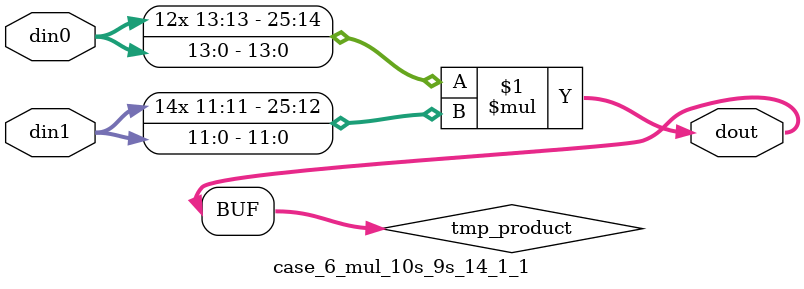
<source format=v>

`timescale 1 ns / 1 ps

 module case_6_mul_10s_9s_14_1_1(din0, din1, dout);
parameter ID = 1;
parameter NUM_STAGE = 0;
parameter din0_WIDTH = 14;
parameter din1_WIDTH = 12;
parameter dout_WIDTH = 26;

input [din0_WIDTH - 1 : 0] din0; 
input [din1_WIDTH - 1 : 0] din1; 
output [dout_WIDTH - 1 : 0] dout;

wire signed [dout_WIDTH - 1 : 0] tmp_product;



























assign tmp_product = $signed(din0) * $signed(din1);








assign dout = tmp_product;





















endmodule

</source>
